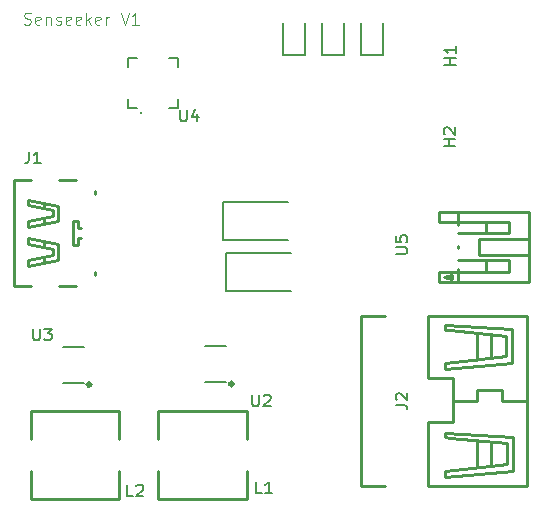
<source format=gbr>
%TF.GenerationSoftware,KiCad,Pcbnew,9.0.7*%
%TF.CreationDate,2026-01-22T17:41:33-08:00*%
%TF.ProjectId,charging-circuit,63686172-6769-46e6-972d-636972637569,rev?*%
%TF.SameCoordinates,Original*%
%TF.FileFunction,Legend,Top*%
%TF.FilePolarity,Positive*%
%FSLAX46Y46*%
G04 Gerber Fmt 4.6, Leading zero omitted, Abs format (unit mm)*
G04 Created by KiCad (PCBNEW 9.0.7) date 2026-01-22 17:41:33*
%MOMM*%
%LPD*%
G01*
G04 APERTURE LIST*
%ADD10C,0.100000*%
%ADD11C,0.150000*%
%ADD12C,0.250000*%
%ADD13C,0.300000*%
G04 APERTURE END LIST*
D10*
X48008265Y-57482800D02*
X48151122Y-57530419D01*
X48151122Y-57530419D02*
X48389217Y-57530419D01*
X48389217Y-57530419D02*
X48484455Y-57482800D01*
X48484455Y-57482800D02*
X48532074Y-57435180D01*
X48532074Y-57435180D02*
X48579693Y-57339942D01*
X48579693Y-57339942D02*
X48579693Y-57244704D01*
X48579693Y-57244704D02*
X48532074Y-57149466D01*
X48532074Y-57149466D02*
X48484455Y-57101847D01*
X48484455Y-57101847D02*
X48389217Y-57054228D01*
X48389217Y-57054228D02*
X48198741Y-57006609D01*
X48198741Y-57006609D02*
X48103503Y-56958990D01*
X48103503Y-56958990D02*
X48055884Y-56911371D01*
X48055884Y-56911371D02*
X48008265Y-56816133D01*
X48008265Y-56816133D02*
X48008265Y-56720895D01*
X48008265Y-56720895D02*
X48055884Y-56625657D01*
X48055884Y-56625657D02*
X48103503Y-56578038D01*
X48103503Y-56578038D02*
X48198741Y-56530419D01*
X48198741Y-56530419D02*
X48436836Y-56530419D01*
X48436836Y-56530419D02*
X48579693Y-56578038D01*
X49389217Y-57482800D02*
X49293979Y-57530419D01*
X49293979Y-57530419D02*
X49103503Y-57530419D01*
X49103503Y-57530419D02*
X49008265Y-57482800D01*
X49008265Y-57482800D02*
X48960646Y-57387561D01*
X48960646Y-57387561D02*
X48960646Y-57006609D01*
X48960646Y-57006609D02*
X49008265Y-56911371D01*
X49008265Y-56911371D02*
X49103503Y-56863752D01*
X49103503Y-56863752D02*
X49293979Y-56863752D01*
X49293979Y-56863752D02*
X49389217Y-56911371D01*
X49389217Y-56911371D02*
X49436836Y-57006609D01*
X49436836Y-57006609D02*
X49436836Y-57101847D01*
X49436836Y-57101847D02*
X48960646Y-57197085D01*
X49865408Y-56863752D02*
X49865408Y-57530419D01*
X49865408Y-56958990D02*
X49913027Y-56911371D01*
X49913027Y-56911371D02*
X50008265Y-56863752D01*
X50008265Y-56863752D02*
X50151122Y-56863752D01*
X50151122Y-56863752D02*
X50246360Y-56911371D01*
X50246360Y-56911371D02*
X50293979Y-57006609D01*
X50293979Y-57006609D02*
X50293979Y-57530419D01*
X50722551Y-57482800D02*
X50817789Y-57530419D01*
X50817789Y-57530419D02*
X51008265Y-57530419D01*
X51008265Y-57530419D02*
X51103503Y-57482800D01*
X51103503Y-57482800D02*
X51151122Y-57387561D01*
X51151122Y-57387561D02*
X51151122Y-57339942D01*
X51151122Y-57339942D02*
X51103503Y-57244704D01*
X51103503Y-57244704D02*
X51008265Y-57197085D01*
X51008265Y-57197085D02*
X50865408Y-57197085D01*
X50865408Y-57197085D02*
X50770170Y-57149466D01*
X50770170Y-57149466D02*
X50722551Y-57054228D01*
X50722551Y-57054228D02*
X50722551Y-57006609D01*
X50722551Y-57006609D02*
X50770170Y-56911371D01*
X50770170Y-56911371D02*
X50865408Y-56863752D01*
X50865408Y-56863752D02*
X51008265Y-56863752D01*
X51008265Y-56863752D02*
X51103503Y-56911371D01*
X51960646Y-57482800D02*
X51865408Y-57530419D01*
X51865408Y-57530419D02*
X51674932Y-57530419D01*
X51674932Y-57530419D02*
X51579694Y-57482800D01*
X51579694Y-57482800D02*
X51532075Y-57387561D01*
X51532075Y-57387561D02*
X51532075Y-57006609D01*
X51532075Y-57006609D02*
X51579694Y-56911371D01*
X51579694Y-56911371D02*
X51674932Y-56863752D01*
X51674932Y-56863752D02*
X51865408Y-56863752D01*
X51865408Y-56863752D02*
X51960646Y-56911371D01*
X51960646Y-56911371D02*
X52008265Y-57006609D01*
X52008265Y-57006609D02*
X52008265Y-57101847D01*
X52008265Y-57101847D02*
X51532075Y-57197085D01*
X52817789Y-57482800D02*
X52722551Y-57530419D01*
X52722551Y-57530419D02*
X52532075Y-57530419D01*
X52532075Y-57530419D02*
X52436837Y-57482800D01*
X52436837Y-57482800D02*
X52389218Y-57387561D01*
X52389218Y-57387561D02*
X52389218Y-57006609D01*
X52389218Y-57006609D02*
X52436837Y-56911371D01*
X52436837Y-56911371D02*
X52532075Y-56863752D01*
X52532075Y-56863752D02*
X52722551Y-56863752D01*
X52722551Y-56863752D02*
X52817789Y-56911371D01*
X52817789Y-56911371D02*
X52865408Y-57006609D01*
X52865408Y-57006609D02*
X52865408Y-57101847D01*
X52865408Y-57101847D02*
X52389218Y-57197085D01*
X53293980Y-57530419D02*
X53293980Y-56530419D01*
X53389218Y-57149466D02*
X53674932Y-57530419D01*
X53674932Y-56863752D02*
X53293980Y-57244704D01*
X54484456Y-57482800D02*
X54389218Y-57530419D01*
X54389218Y-57530419D02*
X54198742Y-57530419D01*
X54198742Y-57530419D02*
X54103504Y-57482800D01*
X54103504Y-57482800D02*
X54055885Y-57387561D01*
X54055885Y-57387561D02*
X54055885Y-57006609D01*
X54055885Y-57006609D02*
X54103504Y-56911371D01*
X54103504Y-56911371D02*
X54198742Y-56863752D01*
X54198742Y-56863752D02*
X54389218Y-56863752D01*
X54389218Y-56863752D02*
X54484456Y-56911371D01*
X54484456Y-56911371D02*
X54532075Y-57006609D01*
X54532075Y-57006609D02*
X54532075Y-57101847D01*
X54532075Y-57101847D02*
X54055885Y-57197085D01*
X54960647Y-57530419D02*
X54960647Y-56863752D01*
X54960647Y-57054228D02*
X55008266Y-56958990D01*
X55008266Y-56958990D02*
X55055885Y-56911371D01*
X55055885Y-56911371D02*
X55151123Y-56863752D01*
X55151123Y-56863752D02*
X55246361Y-56863752D01*
X56198743Y-56530419D02*
X56532076Y-57530419D01*
X56532076Y-57530419D02*
X56865409Y-56530419D01*
X57722552Y-57530419D02*
X57151124Y-57530419D01*
X57436838Y-57530419D02*
X57436838Y-56530419D01*
X57436838Y-56530419D02*
X57341600Y-56673276D01*
X57341600Y-56673276D02*
X57246362Y-56768514D01*
X57246362Y-56768514D02*
X57151124Y-56816133D01*
D11*
X79464819Y-76961904D02*
X80274342Y-76961904D01*
X80274342Y-76961904D02*
X80369580Y-76914285D01*
X80369580Y-76914285D02*
X80417200Y-76866666D01*
X80417200Y-76866666D02*
X80464819Y-76771428D01*
X80464819Y-76771428D02*
X80464819Y-76580952D01*
X80464819Y-76580952D02*
X80417200Y-76485714D01*
X80417200Y-76485714D02*
X80369580Y-76438095D01*
X80369580Y-76438095D02*
X80274342Y-76390476D01*
X80274342Y-76390476D02*
X79464819Y-76390476D01*
X79464819Y-75438095D02*
X79464819Y-75914285D01*
X79464819Y-75914285D02*
X79941009Y-75961904D01*
X79941009Y-75961904D02*
X79893390Y-75914285D01*
X79893390Y-75914285D02*
X79845771Y-75819047D01*
X79845771Y-75819047D02*
X79845771Y-75580952D01*
X79845771Y-75580952D02*
X79893390Y-75485714D01*
X79893390Y-75485714D02*
X79941009Y-75438095D01*
X79941009Y-75438095D02*
X80036247Y-75390476D01*
X80036247Y-75390476D02*
X80274342Y-75390476D01*
X80274342Y-75390476D02*
X80369580Y-75438095D01*
X80369580Y-75438095D02*
X80417200Y-75485714D01*
X80417200Y-75485714D02*
X80464819Y-75580952D01*
X80464819Y-75580952D02*
X80464819Y-75819047D01*
X80464819Y-75819047D02*
X80417200Y-75914285D01*
X80417200Y-75914285D02*
X80369580Y-75961904D01*
X57237333Y-97482819D02*
X56761143Y-97482819D01*
X56761143Y-97482819D02*
X56761143Y-96482819D01*
X57523048Y-96578057D02*
X57570667Y-96530438D01*
X57570667Y-96530438D02*
X57665905Y-96482819D01*
X57665905Y-96482819D02*
X57904000Y-96482819D01*
X57904000Y-96482819D02*
X57999238Y-96530438D01*
X57999238Y-96530438D02*
X58046857Y-96578057D01*
X58046857Y-96578057D02*
X58094476Y-96673295D01*
X58094476Y-96673295D02*
X58094476Y-96768533D01*
X58094476Y-96768533D02*
X58046857Y-96911390D01*
X58046857Y-96911390D02*
X57475429Y-97482819D01*
X57475429Y-97482819D02*
X58094476Y-97482819D01*
X48434666Y-68288819D02*
X48434666Y-69003104D01*
X48434666Y-69003104D02*
X48387047Y-69145961D01*
X48387047Y-69145961D02*
X48291809Y-69241200D01*
X48291809Y-69241200D02*
X48148952Y-69288819D01*
X48148952Y-69288819D02*
X48053714Y-69288819D01*
X49434666Y-69288819D02*
X48863238Y-69288819D01*
X49148952Y-69288819D02*
X49148952Y-68288819D01*
X49148952Y-68288819D02*
X49053714Y-68431676D01*
X49053714Y-68431676D02*
X48958476Y-68526914D01*
X48958476Y-68526914D02*
X48863238Y-68574533D01*
X68159333Y-97228819D02*
X67683143Y-97228819D01*
X67683143Y-97228819D02*
X67683143Y-96228819D01*
X69016476Y-97228819D02*
X68445048Y-97228819D01*
X68730762Y-97228819D02*
X68730762Y-96228819D01*
X68730762Y-96228819D02*
X68635524Y-96371676D01*
X68635524Y-96371676D02*
X68540286Y-96466914D01*
X68540286Y-96466914D02*
X68445048Y-96514533D01*
X61214095Y-64732819D02*
X61214095Y-65542342D01*
X61214095Y-65542342D02*
X61261714Y-65637580D01*
X61261714Y-65637580D02*
X61309333Y-65685200D01*
X61309333Y-65685200D02*
X61404571Y-65732819D01*
X61404571Y-65732819D02*
X61595047Y-65732819D01*
X61595047Y-65732819D02*
X61690285Y-65685200D01*
X61690285Y-65685200D02*
X61737904Y-65637580D01*
X61737904Y-65637580D02*
X61785523Y-65542342D01*
X61785523Y-65542342D02*
X61785523Y-64732819D01*
X62690285Y-65066152D02*
X62690285Y-65732819D01*
X62452190Y-64685200D02*
X62214095Y-65399485D01*
X62214095Y-65399485D02*
X62833142Y-65399485D01*
X48768095Y-83274819D02*
X48768095Y-84084342D01*
X48768095Y-84084342D02*
X48815714Y-84179580D01*
X48815714Y-84179580D02*
X48863333Y-84227200D01*
X48863333Y-84227200D02*
X48958571Y-84274819D01*
X48958571Y-84274819D02*
X49149047Y-84274819D01*
X49149047Y-84274819D02*
X49244285Y-84227200D01*
X49244285Y-84227200D02*
X49291904Y-84179580D01*
X49291904Y-84179580D02*
X49339523Y-84084342D01*
X49339523Y-84084342D02*
X49339523Y-83274819D01*
X49720476Y-83274819D02*
X50339523Y-83274819D01*
X50339523Y-83274819D02*
X50006190Y-83655771D01*
X50006190Y-83655771D02*
X50149047Y-83655771D01*
X50149047Y-83655771D02*
X50244285Y-83703390D01*
X50244285Y-83703390D02*
X50291904Y-83751009D01*
X50291904Y-83751009D02*
X50339523Y-83846247D01*
X50339523Y-83846247D02*
X50339523Y-84084342D01*
X50339523Y-84084342D02*
X50291904Y-84179580D01*
X50291904Y-84179580D02*
X50244285Y-84227200D01*
X50244285Y-84227200D02*
X50149047Y-84274819D01*
X50149047Y-84274819D02*
X49863333Y-84274819D01*
X49863333Y-84274819D02*
X49768095Y-84227200D01*
X49768095Y-84227200D02*
X49720476Y-84179580D01*
X67310095Y-88862819D02*
X67310095Y-89672342D01*
X67310095Y-89672342D02*
X67357714Y-89767580D01*
X67357714Y-89767580D02*
X67405333Y-89815200D01*
X67405333Y-89815200D02*
X67500571Y-89862819D01*
X67500571Y-89862819D02*
X67691047Y-89862819D01*
X67691047Y-89862819D02*
X67786285Y-89815200D01*
X67786285Y-89815200D02*
X67833904Y-89767580D01*
X67833904Y-89767580D02*
X67881523Y-89672342D01*
X67881523Y-89672342D02*
X67881523Y-88862819D01*
X68310095Y-88958057D02*
X68357714Y-88910438D01*
X68357714Y-88910438D02*
X68452952Y-88862819D01*
X68452952Y-88862819D02*
X68691047Y-88862819D01*
X68691047Y-88862819D02*
X68786285Y-88910438D01*
X68786285Y-88910438D02*
X68833904Y-88958057D01*
X68833904Y-88958057D02*
X68881523Y-89053295D01*
X68881523Y-89053295D02*
X68881523Y-89148533D01*
X68881523Y-89148533D02*
X68833904Y-89291390D01*
X68833904Y-89291390D02*
X68262476Y-89862819D01*
X68262476Y-89862819D02*
X68881523Y-89862819D01*
X79464819Y-89741333D02*
X80179104Y-89741333D01*
X80179104Y-89741333D02*
X80321961Y-89788952D01*
X80321961Y-89788952D02*
X80417200Y-89884190D01*
X80417200Y-89884190D02*
X80464819Y-90027047D01*
X80464819Y-90027047D02*
X80464819Y-90122285D01*
X79560057Y-89312761D02*
X79512438Y-89265142D01*
X79512438Y-89265142D02*
X79464819Y-89169904D01*
X79464819Y-89169904D02*
X79464819Y-88931809D01*
X79464819Y-88931809D02*
X79512438Y-88836571D01*
X79512438Y-88836571D02*
X79560057Y-88788952D01*
X79560057Y-88788952D02*
X79655295Y-88741333D01*
X79655295Y-88741333D02*
X79750533Y-88741333D01*
X79750533Y-88741333D02*
X79893390Y-88788952D01*
X79893390Y-88788952D02*
X80464819Y-89360380D01*
X80464819Y-89360380D02*
X80464819Y-88741333D01*
X84528819Y-67817904D02*
X83528819Y-67817904D01*
X84005009Y-67817904D02*
X84005009Y-67246476D01*
X84528819Y-67246476D02*
X83528819Y-67246476D01*
X83624057Y-66817904D02*
X83576438Y-66770285D01*
X83576438Y-66770285D02*
X83528819Y-66675047D01*
X83528819Y-66675047D02*
X83528819Y-66436952D01*
X83528819Y-66436952D02*
X83576438Y-66341714D01*
X83576438Y-66341714D02*
X83624057Y-66294095D01*
X83624057Y-66294095D02*
X83719295Y-66246476D01*
X83719295Y-66246476D02*
X83814533Y-66246476D01*
X83814533Y-66246476D02*
X83957390Y-66294095D01*
X83957390Y-66294095D02*
X84528819Y-66865523D01*
X84528819Y-66865523D02*
X84528819Y-66246476D01*
X84592819Y-60959904D02*
X83592819Y-60959904D01*
X84069009Y-60959904D02*
X84069009Y-60388476D01*
X84592819Y-60388476D02*
X83592819Y-60388476D01*
X84592819Y-59388476D02*
X84592819Y-59959904D01*
X84592819Y-59674190D02*
X83592819Y-59674190D01*
X83592819Y-59674190D02*
X83735676Y-59769428D01*
X83735676Y-59769428D02*
X83830914Y-59864666D01*
X83830914Y-59864666D02*
X83878533Y-59959904D01*
D12*
%TO.C,U5*%
X90748218Y-73370410D02*
X90748218Y-79370410D01*
X90748218Y-79370410D02*
X84748218Y-79370410D01*
X84748218Y-73370410D02*
X90748218Y-73370410D01*
X84748218Y-79370410D02*
X83148218Y-79370410D01*
X83148218Y-79370410D02*
X83148218Y-78470410D01*
X83148218Y-78470410D02*
X84748218Y-78470410D01*
X90748218Y-75670410D02*
X90748218Y-75670410D01*
X90748218Y-75670410D02*
X86498218Y-75670410D01*
X86498218Y-75670410D02*
X86498218Y-77020410D01*
X86498218Y-77020410D02*
X90748218Y-77020410D01*
X84748218Y-77500410D02*
X89048218Y-77500410D01*
X89048218Y-77500410D02*
X89048218Y-78450410D01*
X89048218Y-78450410D02*
X84748218Y-78450410D01*
X87148218Y-77500410D02*
X87148218Y-78450410D01*
X84248218Y-78770410D02*
X84248218Y-79070410D01*
X84248218Y-79070410D02*
X83548218Y-78920410D01*
X83548218Y-78920410D02*
X84248218Y-78770410D01*
X84748218Y-73370410D02*
X83148218Y-73370410D01*
X83148218Y-73370410D02*
X83148218Y-74270410D01*
X83148218Y-74270410D02*
X84748218Y-74270410D01*
X84748218Y-74270410D02*
X89048218Y-74270410D01*
X89048218Y-74270410D02*
X89048218Y-75220410D01*
X89048218Y-75220410D02*
X84748218Y-75220410D01*
X87148218Y-74270410D02*
X87148218Y-75220410D01*
X84748218Y-73370410D02*
X84748218Y-74470410D01*
X84748218Y-76270410D02*
X84748218Y-76470410D01*
X84748218Y-78270410D02*
X84748218Y-79370410D01*
%TO.C,L2*%
X56074000Y-92650000D02*
X56074000Y-90230000D01*
X56074000Y-97730000D02*
X56074000Y-95310000D01*
X48574000Y-95310000D02*
X48574000Y-97730000D01*
X48574000Y-90230000D02*
X48574000Y-92650000D01*
X56074000Y-97730000D02*
X48574000Y-97730000D01*
X48574000Y-90230000D02*
X56074000Y-90230000D01*
%TO.C,J1*%
X52398000Y-70684000D02*
X52438000Y-70684000D01*
X52398000Y-70684000D02*
X50958000Y-70684000D01*
X48618000Y-70684000D02*
X47198000Y-70684000D01*
X48598000Y-70684000D02*
X48618000Y-70684000D01*
X47198000Y-70684000D02*
X47198000Y-79684000D01*
X53998000Y-71644000D02*
X53998000Y-71854000D01*
X48368000Y-72364000D02*
X50868000Y-72864000D01*
X49668000Y-72664000D02*
X49668000Y-73064000D01*
X48368000Y-72844000D02*
X48368000Y-72364000D01*
X50868000Y-72864000D02*
X50868000Y-74164000D01*
X50468000Y-73244000D02*
X48368000Y-72844000D01*
X50468000Y-73774000D02*
X50468000Y-73244000D01*
X49668000Y-73964000D02*
X49668000Y-74364000D01*
X50868000Y-74164000D02*
X48368000Y-74664000D01*
X52198000Y-74174000D02*
X52198000Y-76194000D01*
X48368000Y-74174000D02*
X50468000Y-73774000D01*
X52598000Y-74184000D02*
X52598000Y-74784000D01*
X52198000Y-74184000D02*
X52598000Y-74184000D01*
X48368000Y-74664000D02*
X48368000Y-74174000D01*
X52598000Y-74784000D02*
X52798000Y-74784000D01*
X52598000Y-75584000D02*
X52798000Y-75584000D01*
X48368000Y-75644000D02*
X50868000Y-76144000D01*
X49668000Y-75944000D02*
X49668000Y-76344000D01*
X48368000Y-76114000D02*
X48368000Y-75644000D01*
X50868000Y-76144000D02*
X50868000Y-77444000D01*
X52598000Y-76184000D02*
X52598000Y-75584000D01*
X52198000Y-76184000D02*
X52598000Y-76184000D01*
X50468000Y-76524000D02*
X48368000Y-76114000D01*
X50468000Y-77044000D02*
X50468000Y-76524000D01*
X49668000Y-77244000D02*
X49668000Y-77644000D01*
X50868000Y-77444000D02*
X48368000Y-77944000D01*
X48368000Y-77444000D02*
X50468000Y-77044000D01*
X48368000Y-77944000D02*
X48368000Y-77444000D01*
X53998000Y-78514000D02*
X53998000Y-78724000D01*
X50998000Y-79684000D02*
X52448000Y-79684000D01*
X47198000Y-79684000D02*
X48598000Y-79684000D01*
%TO.C,L1*%
X66894000Y-92650000D02*
X66894000Y-90230000D01*
X66894000Y-97730000D02*
X66894000Y-95310000D01*
X59394000Y-95310000D02*
X59394000Y-97730000D01*
X59394000Y-90230000D02*
X59394000Y-92650000D01*
X66894000Y-97730000D02*
X59394000Y-97730000D01*
X59394000Y-90230000D02*
X66894000Y-90230000D01*
D11*
%TO.C,D2*%
X76510000Y-60110000D02*
X78430000Y-60110000D01*
X78430000Y-60110000D02*
X78430000Y-57420000D01*
X76510000Y-57420000D02*
X76510000Y-60110000D01*
%TO.C,U4*%
X56848000Y-61154000D02*
X56848000Y-60404000D01*
X56848000Y-60404000D02*
X57598000Y-60404000D01*
X61008000Y-61154000D02*
X61008000Y-60404000D01*
X61008000Y-60404000D02*
X60258000Y-60404000D01*
X56848000Y-63814000D02*
X56848000Y-64564000D01*
X56848000Y-64564000D02*
X57598000Y-64564000D01*
X61008000Y-63814000D02*
X61008000Y-64564000D01*
X61008000Y-64564000D02*
X60258000Y-64564000D01*
X57998000Y-65024000D02*
G75*
G02*
X57858000Y-65024000I-70000J0D01*
G01*
X57858000Y-65024000D02*
G75*
G02*
X57998000Y-65024000I70000J0D01*
G01*
%TO.C,U3*%
X53094000Y-84820000D02*
X51314000Y-84820000D01*
X53094000Y-87900000D02*
X51314000Y-87900000D01*
D13*
X53654000Y-88030000D02*
G75*
G02*
X53354000Y-88030000I-150000J0D01*
G01*
X53354000Y-88030000D02*
G75*
G02*
X53654000Y-88030000I150000J0D01*
G01*
D11*
%TO.C,U2*%
X65152000Y-84754000D02*
X63372000Y-84754000D01*
X65152000Y-87834000D02*
X63372000Y-87834000D01*
D13*
X65712000Y-87964000D02*
G75*
G02*
X65412000Y-87964000I-150000J0D01*
G01*
X65412000Y-87964000D02*
G75*
G02*
X65712000Y-87964000I150000J0D01*
G01*
D12*
%TO.C,J2*%
X86356000Y-95018000D02*
X86356000Y-92758000D01*
X87546000Y-85778000D02*
X87546000Y-83748000D01*
X86336000Y-85918000D02*
X86336000Y-83658000D01*
X83676000Y-92098000D02*
X89426000Y-92448000D01*
X89426000Y-92448000D02*
X89416000Y-95328000D01*
X89416000Y-95328000D02*
X83676000Y-95828000D01*
X83676000Y-95828000D02*
X83676000Y-95318000D01*
X83676000Y-95318000D02*
X88216000Y-94808000D01*
X88216000Y-94808000D02*
X88896000Y-94738000D01*
X88896000Y-94738000D02*
X88886000Y-92988000D01*
X88886000Y-92988000D02*
X84106000Y-92508000D01*
X84106000Y-92508000D02*
X83676000Y-92478000D01*
X83676000Y-92478000D02*
X83676000Y-92098000D01*
X84326000Y-89418000D02*
X86346000Y-89418000D01*
X86346000Y-89418000D02*
X86346000Y-88498000D01*
X86346000Y-88498000D02*
X88466000Y-88498000D01*
X88466000Y-88498000D02*
X88466000Y-89418000D01*
X88466000Y-89418000D02*
X90496000Y-89418000D01*
X83626000Y-82998000D02*
X89366000Y-83348000D01*
X89366000Y-83348000D02*
X89356000Y-86228000D01*
X89356000Y-86228000D02*
X83626000Y-86728000D01*
X83626000Y-86728000D02*
X83626000Y-86218000D01*
X83626000Y-86218000D02*
X88166000Y-85708000D01*
X88166000Y-85708000D02*
X88846000Y-85628000D01*
X88846000Y-85628000D02*
X88836000Y-83878000D01*
X88836000Y-83878000D02*
X84056000Y-83408000D01*
X84056000Y-83408000D02*
X83626000Y-83378000D01*
X83626000Y-83378000D02*
X83626000Y-82998000D01*
X82216000Y-82218000D02*
X82216000Y-87418000D01*
X82216000Y-87418000D02*
X84356000Y-87418000D01*
X84356000Y-87418000D02*
X84356000Y-91198000D01*
X84356000Y-91198000D02*
X82236000Y-91198000D01*
X82236000Y-91198000D02*
X82236000Y-96598000D01*
X90626000Y-96608000D02*
X90626000Y-82208000D01*
X87566000Y-94878000D02*
X87566000Y-92848000D01*
X76506000Y-96608000D02*
X78566000Y-96608000D01*
X82206000Y-96608000D02*
X90626000Y-96608000D01*
X76506000Y-82208000D02*
X78566000Y-82208000D01*
X82206000Y-82208000D02*
X90626000Y-82208000D01*
X76506000Y-96608000D02*
X76506000Y-82208000D01*
D11*
%TO.C,D5*%
X65070000Y-76836000D02*
X65070000Y-80136000D01*
X65070000Y-76836000D02*
X70580000Y-76836000D01*
X65070000Y-80136000D02*
X70580000Y-80136000D01*
%TO.C,D4*%
X64816000Y-72518000D02*
X64816000Y-75818000D01*
X64816000Y-72518000D02*
X70326000Y-72518000D01*
X64816000Y-75818000D02*
X70326000Y-75818000D01*
%TO.C,D3*%
X73208000Y-60110000D02*
X75128000Y-60110000D01*
X75128000Y-60110000D02*
X75128000Y-57420000D01*
X73208000Y-57420000D02*
X73208000Y-60110000D01*
%TO.C,D1*%
X69906000Y-60110000D02*
X71826000Y-60110000D01*
X71826000Y-60110000D02*
X71826000Y-57420000D01*
X69906000Y-57420000D02*
X69906000Y-60110000D01*
%TD*%
M02*

</source>
